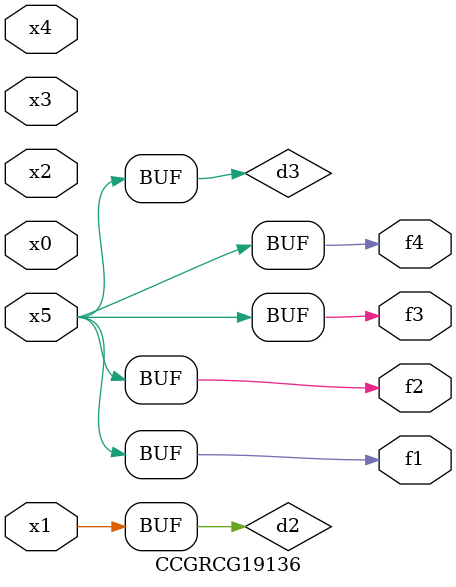
<source format=v>
module CCGRCG19136(
	input x0, x1, x2, x3, x4, x5,
	output f1, f2, f3, f4
);

	wire d1, d2, d3;

	not (d1, x5);
	or (d2, x1);
	xnor (d3, d1);
	assign f1 = d3;
	assign f2 = d3;
	assign f3 = d3;
	assign f4 = d3;
endmodule

</source>
